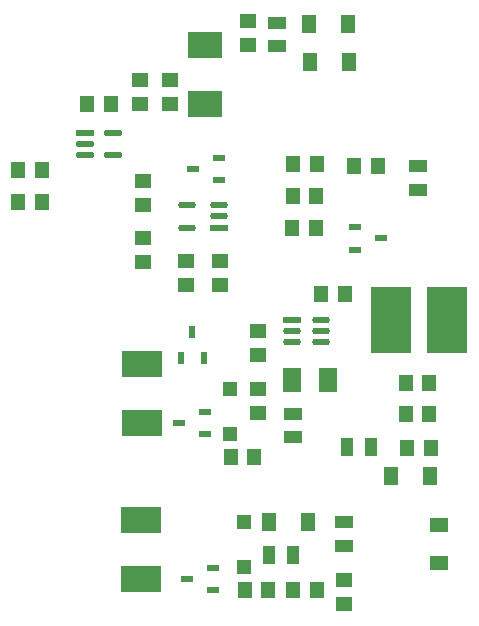
<source format=gtp>
%FSTAX24Y24*%
%MOIN*%
%SFA1B1*%

%IPPOS*%
%AMD26*
4,1,8,0.019200,0.011100,-0.019200,0.011100,-0.030300,0.000000,-0.030300,0.000000,-0.019200,-0.011100,0.019200,-0.011100,0.030300,0.000000,0.030300,0.000000,0.019200,0.011100,0.0*
1,1,0.022200,0.019200,0.000000*
1,1,0.022200,-0.019200,0.000000*
1,1,0.022200,-0.019200,0.000000*
1,1,0.022200,0.019200,0.000000*
%
%AMD28*
4,1,8,0.022400,0.009800,-0.022400,0.009800,-0.032200,0.000000,-0.032200,0.000000,-0.022400,-0.009800,0.022400,-0.009800,0.032200,0.000000,0.032200,0.000000,0.022400,0.009800,0.0*
1,1,0.019600,0.022400,0.000000*
1,1,0.019600,-0.022400,0.000000*
1,1,0.019600,-0.022400,0.000000*
1,1,0.019600,0.022400,0.000000*
%
%ADD25R,0.060600X0.022300*%
G04~CAMADD=26~8~0.0~0.0~606.0~223.0~111.0~0.0~15~0.0~0.0~0.0~0.0~0~0.0~0.0~0.0~0.0~0~0.0~0.0~0.0~0.0~606.0~223.0*
%ADD26D26*%
%ADD27R,0.064500X0.019700*%
G04~CAMADD=28~8~0.0~0.0~645.0~197.0~98.0~0.0~15~0.0~0.0~0.0~0.0~0~0.0~0.0~0.0~0.0~0~0.0~0.0~0.0~0.0~645.0~197.0*
%ADD28D28*%
%ADD29R,0.059100X0.039400*%
%ADD30R,0.039400X0.059100*%
%ADD31R,0.047200X0.059100*%
%ADD32R,0.059100X0.047200*%
%ADD33R,0.118100X0.090600*%
%ADD34R,0.137800X0.090600*%
%ADD35R,0.043300X0.023600*%
%ADD36R,0.023600X0.043300*%
%ADD37R,0.048000X0.047200*%
%ADD38R,0.137800X0.224400*%
%ADD39R,0.055100X0.047200*%
%ADD40R,0.047200X0.055100*%
%ADD41R,0.063000X0.078700*%
%ADD42R,0.047200X0.055100*%
%ADD43R,0.055100X0.047200*%
%LNpcb_iot_source-1*%
%LPD*%
G54D25*
X009836Y012549D03*
X007388Y01562D03*
G54D26*
X009836Y012175D03*
Y011801D03*
X010793D03*
Y012175D03*
Y012549D03*
X006332Y01562D03*
Y016368D03*
X007388D03*
Y015994D03*
G54D27*
X002946Y01878D03*
G54D28*
X002946Y018406D03*
Y018032D03*
X003865D03*
Y01878D03*
G54D29*
X009882Y008632D03*
Y009419D03*
X00935Y021663D03*
Y022451D03*
X011555Y005002D03*
Y005789D03*
X014026Y01688D03*
Y017667D03*
G54D30*
X012461Y008317D03*
X011673D03*
X009872Y004715D03*
X009085D03*
G54D31*
X010439Y021152D03*
X011726D03*
X0104Y022411D03*
X011687D03*
X013142Y007333D03*
X014429D03*
X010372Y005789D03*
X009085D03*
G54D32*
X014744Y005719D03*
Y004431D03*
G54D33*
X006949Y021703D03*
Y019734D03*
G54D34*
X004852Y00911D03*
Y011079D03*
X004813Y003888D03*
Y005856D03*
G54D35*
X006066Y00911D03*
X006926Y00948D03*
Y00874D03*
X012802Y015256D03*
X011942Y014886D03*
Y015626D03*
X006332Y003898D03*
X007192Y004268D03*
Y003528D03*
X006539Y017569D03*
X007398Y017939D03*
Y017199D03*
G54D36*
X006516Y012143D03*
X006886Y011283D03*
X006146D03*
G54D37*
X007785Y010238D03*
Y008738D03*
X008248Y005789D03*
Y004289D03*
G54D38*
X015Y01253D03*
X01315D03*
G54D39*
X008691Y011378D03*
Y012165D03*
X008711Y010226D03*
Y009439D03*
X008366Y021703D03*
Y02249D03*
X007421Y014498D03*
Y013711D03*
X004872Y014468D03*
Y015256D03*
Y016383D03*
Y017171D03*
X011555Y003858D03*
Y003071D03*
G54D40*
X013681Y008278D03*
X014468D03*
X007795Y007982D03*
X008583D03*
X003799Y019734D03*
X003012D03*
X01064Y0156D03*
X009852D03*
X012697Y017687D03*
X011909D03*
X01065Y016663D03*
X009862D03*
X010659Y017736D03*
X009872D03*
X009882Y003553D03*
X010669D03*
X008257Y003554D03*
X009044D03*
G54D41*
X009852Y010541D03*
X011033D03*
G54D42*
X010807Y013396D03*
X011594D03*
X014419Y010453D03*
X013632D03*
X014419Y0094D03*
X013632D03*
X001506Y016476D03*
X000719D03*
X001506Y017549D03*
X000719D03*
G54D43*
X004783Y019734D03*
Y020522D03*
X005768Y019734D03*
Y020522D03*
X006319Y014498D03*
Y013711D03*
M02*
</source>
